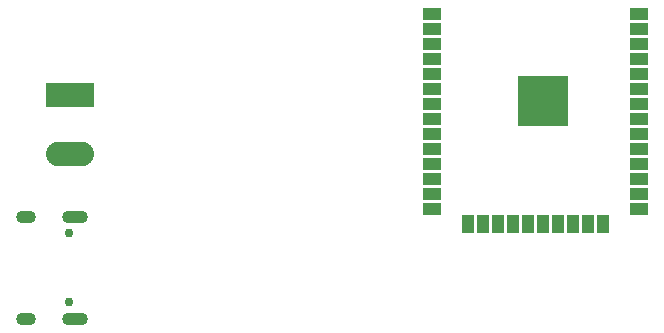
<source format=gbs>
G04 #@! TF.GenerationSoftware,KiCad,Pcbnew,9.0.4*
G04 #@! TF.CreationDate,2025-10-03T12:39:18+02:00*
G04 #@! TF.ProjectId,Mini-EMS-ESP,4d696e69-2d45-44d5-932d-4553502e6b69,rev?*
G04 #@! TF.SameCoordinates,Original*
G04 #@! TF.FileFunction,Soldermask,Bot*
G04 #@! TF.FilePolarity,Negative*
%FSLAX46Y46*%
G04 Gerber Fmt 4.6, Leading zero omitted, Abs format (unit mm)*
G04 Created by KiCad (PCBNEW 9.0.4) date 2025-10-03 12:39:18*
%MOMM*%
%LPD*%
G01*
G04 APERTURE LIST*
G04 Aperture macros list*
%AMRoundRect*
0 Rectangle with rounded corners*
0 $1 Rounding radius*
0 $2 $3 $4 $5 $6 $7 $8 $9 X,Y pos of 4 corners*
0 Add a 4 corners polygon primitive as box body*
4,1,4,$2,$3,$4,$5,$6,$7,$8,$9,$2,$3,0*
0 Add four circle primitives for the rounded corners*
1,1,$1+$1,$2,$3*
1,1,$1+$1,$4,$5*
1,1,$1+$1,$6,$7*
1,1,$1+$1,$8,$9*
0 Add four rect primitives between the rounded corners*
20,1,$1+$1,$2,$3,$4,$5,0*
20,1,$1+$1,$4,$5,$6,$7,0*
20,1,$1+$1,$6,$7,$8,$9,0*
20,1,$1+$1,$8,$9,$2,$3,0*%
G04 Aperture macros list end*
%ADD10O,1.700000X1.100000*%
%ADD11O,2.200000X1.100000*%
%ADD12C,0.750000*%
%ADD13RoundRect,0.050000X-1.980000X0.990000X-1.980000X-0.990000X1.980000X-0.990000X1.980000X0.990000X0*%
%ADD14O,4.060000X2.080000*%
%ADD15RoundRect,0.050000X0.750000X0.450000X-0.750000X0.450000X-0.750000X-0.450000X0.750000X-0.450000X0*%
%ADD16RoundRect,0.050000X0.450000X-0.750000X0.450000X0.750000X-0.450000X0.750000X-0.450000X-0.750000X0*%
%ADD17C,0.700000*%
%ADD18RoundRect,0.050000X2.100000X2.100000X-2.100000X2.100000X-2.100000X-2.100000X2.100000X-2.100000X0*%
G04 APERTURE END LIST*
D10*
X73826000Y-113032000D03*
D11*
X78006000Y-113032000D03*
D10*
X73826000Y-104392000D03*
D11*
X78006000Y-104392000D03*
D12*
X77476000Y-111602000D03*
X77476000Y-105822000D03*
D13*
X77597000Y-94136000D03*
D14*
X77597000Y-99136000D03*
D15*
X125704000Y-87249000D03*
X125704000Y-88519000D03*
X125704000Y-89789000D03*
X125704000Y-91059000D03*
X125704000Y-92329000D03*
X125704000Y-93599000D03*
X125704000Y-94869000D03*
X125704000Y-96139000D03*
X125704000Y-97409000D03*
X125704000Y-98679000D03*
X125704000Y-99949000D03*
X125704000Y-101219000D03*
X125704000Y-102489000D03*
X125704000Y-103759000D03*
D16*
X122664000Y-105009000D03*
X121394000Y-105009000D03*
X120124000Y-105009000D03*
X118854000Y-105009000D03*
X117584000Y-105009000D03*
X116314000Y-105009000D03*
X115044000Y-105009000D03*
X113774000Y-105009000D03*
X112504000Y-105009000D03*
X111234000Y-105009000D03*
D15*
X108204000Y-103759000D03*
X108204000Y-102489000D03*
X108204000Y-101219000D03*
X108204000Y-99949000D03*
X108204000Y-98679000D03*
X108204000Y-97409000D03*
X108204000Y-96139000D03*
X108204000Y-94869000D03*
X108204000Y-93599000D03*
X108204000Y-92329000D03*
X108204000Y-91059000D03*
X108204000Y-89789000D03*
X108204000Y-88519000D03*
X108204000Y-87249000D03*
D17*
X119159000Y-95351500D03*
X119159000Y-93826500D03*
X118396500Y-96114000D03*
X118396500Y-94589000D03*
X118396500Y-93064000D03*
X117634000Y-95351500D03*
D18*
X117634000Y-94589000D03*
D17*
X117634000Y-93826500D03*
X116871500Y-96114000D03*
X116871500Y-94589000D03*
X116871500Y-93064000D03*
X116109000Y-95351500D03*
X116109000Y-93826500D03*
M02*

</source>
